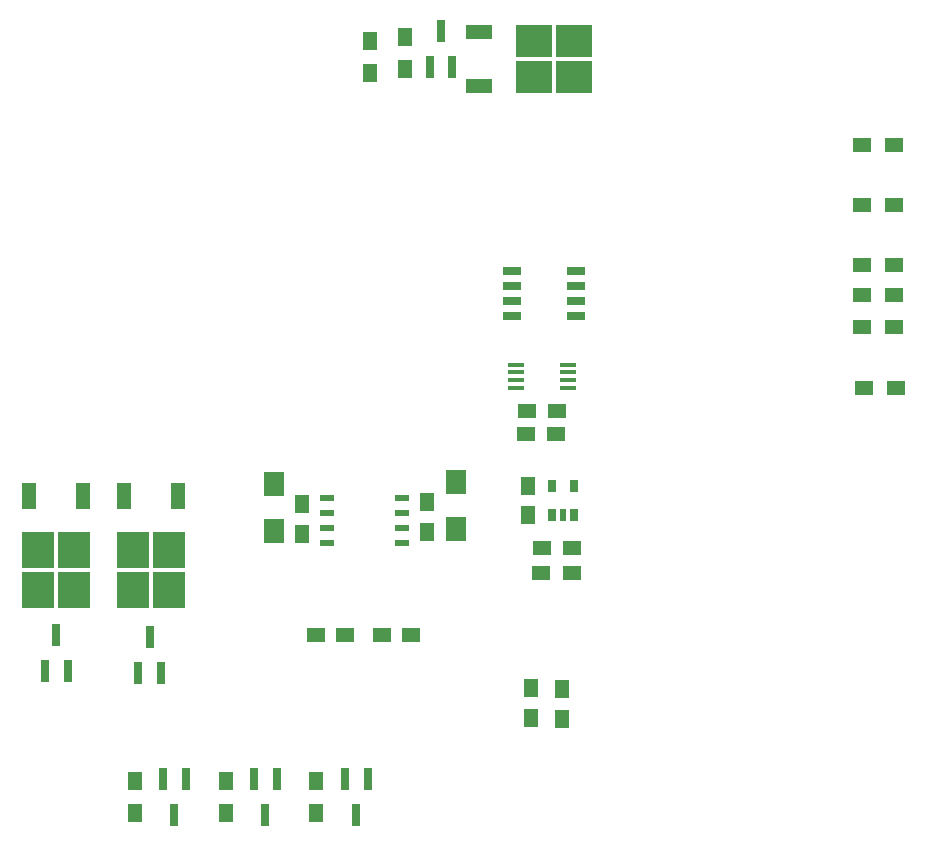
<source format=gtp>
G04 #@! TF.GenerationSoftware,KiCad,Pcbnew,(5.0.0)*
G04 #@! TF.CreationDate,2019-01-08T13:52:07-08:00*
G04 #@! TF.ProjectId,TestPlatformBoard,54657374506C6174666F726D426F6172,rev?*
G04 #@! TF.SameCoordinates,Original*
G04 #@! TF.FileFunction,Paste,Top*
G04 #@! TF.FilePolarity,Positive*
%FSLAX46Y46*%
G04 Gerber Fmt 4.6, Leading zero omitted, Abs format (unit mm)*
G04 Created by KiCad (PCBNEW (5.0.0)) date 01/08/19 13:52:07*
%MOMM*%
%LPD*%
G01*
G04 APERTURE LIST*
%ADD10R,1.500000X1.300000*%
%ADD11R,0.800000X1.900000*%
%ADD12R,1.250000X1.500000*%
%ADD13R,1.300000X1.500000*%
%ADD14R,1.400000X0.450000*%
%ADD15R,1.525000X0.650000*%
%ADD16R,0.800000X1.000000*%
%ADD17R,0.600000X1.000000*%
%ADD18R,1.200000X2.200000*%
%ADD19R,2.750000X3.050000*%
%ADD20R,1.500000X1.250000*%
%ADD21R,1.700000X2.000000*%
%ADD22R,1.143000X0.508000*%
%ADD23R,3.050000X2.750000*%
%ADD24R,2.200000X1.200000*%
G04 APERTURE END LIST*
D10*
G04 #@! TO.C,R4*
X76350000Y-27000000D03*
X73650000Y-27000000D03*
G04 #@! TD*
D11*
G04 #@! TO.C,Q1*
X12350000Y-56300000D03*
X14250000Y-56300000D03*
X13300000Y-53300000D03*
G04 #@! TD*
D12*
G04 #@! TO.C,C9*
X36800000Y-44350000D03*
X36800000Y-41850000D03*
G04 #@! TD*
G04 #@! TO.C,C10*
X26200000Y-42000000D03*
X26200000Y-44500000D03*
G04 #@! TD*
D10*
G04 #@! TO.C,R1*
X76350000Y-16700000D03*
X73650000Y-16700000D03*
G04 #@! TD*
D13*
G04 #@! TO.C,R5*
X27400000Y-68150000D03*
X27400000Y-65450000D03*
G04 #@! TD*
D10*
G04 #@! TO.C,R6*
X73650000Y-21800000D03*
X76350000Y-21800000D03*
G04 #@! TD*
G04 #@! TO.C,R2*
X76350000Y-11600000D03*
X73650000Y-11600000D03*
G04 #@! TD*
G04 #@! TO.C,R8*
X73650000Y-24300000D03*
X76350000Y-24300000D03*
G04 #@! TD*
D13*
G04 #@! TO.C,R7*
X12100000Y-68150000D03*
X12100000Y-65450000D03*
G04 #@! TD*
D10*
G04 #@! TO.C,R3*
X73780000Y-32170000D03*
X76480000Y-32170000D03*
G04 #@! TD*
D14*
G04 #@! TO.C,IC4*
X44300000Y-30200000D03*
X44300000Y-30850000D03*
X44300000Y-31500000D03*
X44300000Y-32150000D03*
X48700000Y-32150000D03*
X48700000Y-31500000D03*
X48700000Y-30850000D03*
X48700000Y-30200000D03*
G04 #@! TD*
D15*
G04 #@! TO.C,IC5*
X43988000Y-22295000D03*
X43988000Y-23565000D03*
X43988000Y-24835000D03*
X43988000Y-26105000D03*
X49412000Y-26105000D03*
X49412000Y-24835000D03*
X49412000Y-23565000D03*
X49412000Y-22295000D03*
G04 #@! TD*
D16*
G04 #@! TO.C,IC3*
X47350000Y-42900000D03*
D17*
X48300000Y-42900000D03*
D16*
X49250000Y-42900000D03*
X49250000Y-40500000D03*
X47350000Y-40500000D03*
G04 #@! TD*
D18*
G04 #@! TO.C,IC1*
X15680000Y-41300000D03*
X11120000Y-41300000D03*
D19*
X11875000Y-49275000D03*
X14925000Y-45925000D03*
X14925000Y-49275000D03*
X11875000Y-45925000D03*
G04 #@! TD*
G04 #@! TO.C,IC2*
X3875000Y-45925000D03*
X6925000Y-49275000D03*
X6925000Y-45925000D03*
X3875000Y-49275000D03*
D18*
X3120000Y-41300000D03*
X7680000Y-41300000D03*
G04 #@! TD*
D12*
G04 #@! TO.C,C8*
X45300000Y-42950000D03*
X45300000Y-40450000D03*
G04 #@! TD*
D20*
G04 #@! TO.C,C6*
X45250000Y-34100000D03*
X47750000Y-34100000D03*
G04 #@! TD*
G04 #@! TO.C,C7*
X47700000Y-36100000D03*
X45200000Y-36100000D03*
G04 #@! TD*
G04 #@! TO.C,C5*
X49050000Y-45700000D03*
X46550000Y-45700000D03*
G04 #@! TD*
D10*
G04 #@! TO.C,JP1*
X46400000Y-47800000D03*
X49100000Y-47800000D03*
G04 #@! TD*
D11*
G04 #@! TO.C,Q6*
X23100000Y-68300000D03*
X22150000Y-65300000D03*
X24050000Y-65300000D03*
G04 #@! TD*
G04 #@! TO.C,Q2*
X30800000Y-68300000D03*
X29850000Y-65300000D03*
X31750000Y-65300000D03*
G04 #@! TD*
G04 #@! TO.C,Q5*
X4450000Y-56100000D03*
X6350000Y-56100000D03*
X5400000Y-53100000D03*
G04 #@! TD*
G04 #@! TO.C,Q4*
X15400000Y-68300000D03*
X14450000Y-65300000D03*
X16350000Y-65300000D03*
G04 #@! TD*
D20*
G04 #@! TO.C,C1*
X27350000Y-53100000D03*
X29850000Y-53100000D03*
G04 #@! TD*
D12*
G04 #@! TO.C,C4*
X45600000Y-57600000D03*
X45600000Y-60100000D03*
G04 #@! TD*
D20*
G04 #@! TO.C,C2*
X32950000Y-53100000D03*
X35450000Y-53100000D03*
G04 #@! TD*
D12*
G04 #@! TO.C,C3*
X48200000Y-60200000D03*
X48200000Y-57700000D03*
G04 #@! TD*
D21*
G04 #@! TO.C,R11*
X23800000Y-40300000D03*
X23800000Y-44300000D03*
G04 #@! TD*
D13*
G04 #@! TO.C,R9*
X19800000Y-68150000D03*
X19800000Y-65450000D03*
G04 #@! TD*
D21*
G04 #@! TO.C,R10*
X39200000Y-44100000D03*
X39200000Y-40100000D03*
G04 #@! TD*
D22*
G04 #@! TO.C,U3*
X34675000Y-45305000D03*
X34675000Y-44035000D03*
X34675000Y-42765000D03*
X34675000Y-41495000D03*
X28325000Y-41495000D03*
X28325000Y-42765000D03*
X28325000Y-44035000D03*
X28325000Y-45305000D03*
G04 #@! TD*
D11*
G04 #@! TO.C,Q3*
X37970000Y-1990000D03*
X38920000Y-4990000D03*
X37020000Y-4990000D03*
G04 #@! TD*
D23*
G04 #@! TO.C,Q7*
X45840001Y-5830001D03*
X49190001Y-2780001D03*
X45840001Y-2780001D03*
X49190001Y-5830001D03*
D24*
X41215001Y-6585001D03*
X41215001Y-2025001D03*
G04 #@! TD*
D13*
G04 #@! TO.C,R14*
X31950000Y-2810000D03*
X31950000Y-5510000D03*
G04 #@! TD*
G04 #@! TO.C,R15*
X34930000Y-2440000D03*
X34930000Y-5140000D03*
G04 #@! TD*
M02*

</source>
